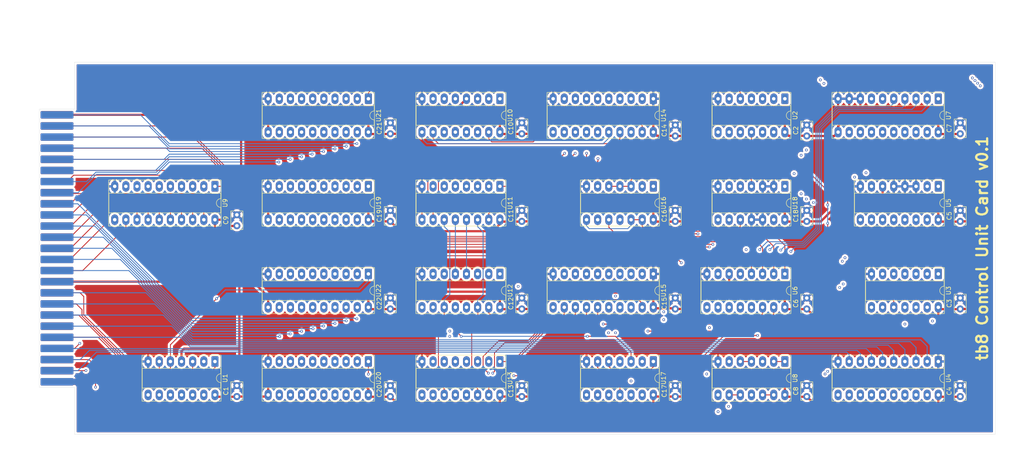
<source format=kicad_pcb>
(kicad_pcb (version 20241229) (generator "pcbnew") (generator_version "9.0")
  (title_block (title "tb8 Control Unit Card") (date "2025-11-29") (rev "0.1") (company "Dante Morelli"))
  (layers (0 "F.Cu" signal) (4 "In1.Cu" signal) (6 "In2.Cu" signal) (2 "B.Cu" signal) (13 "F.Paste" user) (15 "B.Paste" user) (5 "F.SilkS" user "F.Silkscreen") (7 "B.SilkS" user "B.Silkscreen") (1 "F.Mask" user) (3 "B.Mask" user) (25 "Edge.Cuts" user))
  (net 0 "")
  (net 1 "a3")
  (net 2 "clk_i")
  (net 3 "a0")
  (net 4 "GND")
  (net 5 "ta4")
  (net 6 "td1")
  (net 7 "td2")
  (net 8 "d7")
  (net 9 "a12")
  (net 10 "td0")
  (net 11 "a7")
  (net 12 "d0")
  (net 13 "td7")
  (net 14 "a5")
  (net 15 "eql")
  (net 16 "a15")
  (net 17 "ta0")
  (net 18 "td5")
  (net 19 "d1")
  (net 20 "+5V")
  (net 21 "td6")
  (net 22 "ldi")
  (net 23 "ta1")
  (net 24 "a2")
  (net 25 "a10")
  (net 26 "d3")
  (net 27 "a6")
  (net 28 "a11")
  (net 29 "clk_e")
  (net 30 "t_rd")
  (net 31 "ta3")
  (net 32 "a4")
  (net 33 "a13")
  (net 34 "ta2")
  (net 35 "a9")
  (net 36 "{slash}r")
  (net 37 "a14")
  (net 38 "td4")
  (net 39 "ta5")
  (net 40 "d2")
  (net 41 "t_wr")
  (net 42 "a8")
  (net 43 "d4")
  (net 44 "d6")
  (net 45 "d5")
  (net 46 "exc")
  (net 47 "a1")
  (net 48 "td3")
  (net 55 "t_rdi")
  (net 56 "ld_i")
  (net 57 "ste_i")
  (net 58 "ldi_i")
  (net 59 "Net-(U2-Pad3)")
  (net 60 "Net-(U2-Pad4)")
  (net 61 "Net-(U18B-~{Q})")
  (net 62 "st_i")
  (net 63 "Net-(U6-~{E2})")
  (net 64 "Net-(U3-Pad11)")
  (net 65 "Net-(U18A-~{Q})")
  (net 66 "Net-(U9-Load)")
  (net 67 "Net-(U4-Q7)")
  (net 68 "Net-(U4-Q6)")
  (net 74 "tadr0")
  (net 77 "tadr1")
  (net 81 "Net-(U7-OE)")
  (net 82 "Net-(U9-OE)")
  (net 83 "r")
  (net 84 "Net-(U17-Pad1)")
  (net 85 "o3")
  (net 86 "i3")
  (net 87 "i1")
  (net 88 "i2")
  (net 89 "cpl")
  (net 90 "Net-(U10-~{BO})")
  (net 91 "Net-(U10-~{CO})")
  (net 92 "o1")
  (net 93 "o0")
  (net 94 "o2")
  (net 95 "i0")
  (net 96 "o4")
  (net 97 "i7")
  (net 98 "o5")
  (net 99 "o7")
  (net 100 "Net-(U11-~{CO})")
  (net 101 "i6")
  (net 102 "i4")
  (net 103 "i5")
  (net 104 "o6")
  (net 105 "Net-(U11-~{BO})")
  (net 106 "i8")
  (net 107 "Net-(U12-~{CO})")
  (net 108 "o8")
  (net 109 "Net-(U12-~{BO})")
  (net 110 "i11")
  (net 111 "o11")
  (net 112 "o10")
  (net 113 "i10")
  (net 114 "o9")
  (net 115 "i9")
  (net 116 "i15")
  (net 117 "o15")
  (net 118 "i13")
  (net 119 "o13")
  (net 122 "o14")
  (net 123 "o12")
  (net 124 "i12")
  (net 125 "i14")
  (net 126 "Net-(U14-Load)")
  (net 127 "Net-(U15-Load)")
  (net 128 "Net-(U18A-~{S})")
  (net 129 "Net-(U18B-~{S})")
  (net 130 "Net-(U20-OE)")
  (net 131 "Net-(U19-OE)")
  (net 132 "Net-(U18A-~{R})")
  (footprint "Capacitor_THT:C_Rect_L4.0mm_W2.5mm_P2.50mm" (layer "F.Cu") (at 104.03 133.55 90)
    (property "Reference" "C20")
    (property "Value" "0.1uF")
  )
  (footprint "Capacitor_THT:C_Rect_L4.0mm_W2.5mm_P2.50mm" (layer "F.Cu") (at 169.03 133.55 90)
    (property "Reference" "C17")
    (property "Value" "0.1uF")
  )
  (footprint "Capacitor_THT:C_Rect_L4.0mm_W2.5mm_P2.50mm" (layer "F.Cu") (at 134.03 93.55 90)
    (property "Reference" "C11")
    (property "Value" "0.1uF")
  )
  (footprint "Capacitor_THT:C_Rect_L4.0mm_W2.5mm_P2.50mm" (layer "F.Cu") (at 234.03 133.55 90)
    (property "Reference" "C4")
    (property "Value" "0.1uF")
  )
  (footprint "Capacitor_THT:C_Rect_L4.0mm_W2.5mm_P2.50mm" (layer "F.Cu") (at 199.03 74.05 90)
    (property "Reference" "C2")
    (property "Value" "0.1uF")
  )
  (footprint "Package_DIP:DIP-16_W7.62mm_Socket_LongPads" (layer "F.Cu") (at 129.03 105.55 -90)
    (property "Reference" "U12")
    (property "Value" "74AHCT193")
  )
  (footprint "Package_DIP:DIP-14_W7.62mm_Socket_LongPads" (layer "F.Cu") (at 164.03 85.55 -90)
    (property "Reference" "U16")
    (property "Value" "74HC00")
  )
  (footprint "Package_DIP:DIP-16_W7.62mm_Socket_LongPads" (layer "F.Cu") (at 129.03 125.55 -90)
    (property "Reference" "U13")
    (property "Value" "74AHCT193")
  )
  (footprint "Capacitor_THT:C_Rect_L4.0mm_W2.5mm_P2.50mm" (layer "F.Cu") (at 134.03 113.55 90)
    (property "Reference" "C12")
    (property "Value" "0.1uF")
  )
  (footprint "Package_DIP:DIP-14_W7.62mm_Socket_LongPads" (layer "F.Cu") (at 164.03 125.55 -90)
    (property "Reference" "U17")
    (property "Value" "74HC00")
  )
  (footprint "Package_DIP:DIP-14_W7.62mm_Socket_LongPads" (layer "F.Cu") (at 194.03 65.55 -90)
    (property "Reference" "U2")
    (property "Value" "74AHCT08")
  )
  (footprint "Package_DIP:DIP-14_W7.62mm_Socket_LongPads" (layer "F.Cu") (at 64.03 125.55 -90)
    (property "Reference" "U1")
    (property "Value" "74AHCT74")
  )
  (footprint "Package_DIP:DIP-20_W7.62mm_Socket_LongPads" (layer "F.Cu") (at 99.03 105.55 -90)
    (property "Reference" "U22")
    (property "Value" "74AHCT573")
  )
  (footprint "Capacitor_THT:C_Rect_L4.0mm_W2.5mm_P2.50mm" (layer "F.Cu") (at 134.03 133.55 90)
    (property "Reference" "C13")
    (property "Value" "0.1uF")
  )
  (footprint "Capacitor_THT:C_Rect_L4.0mm_W2.5mm_P2.50mm" (layer "F.Cu") (at 104.03 113.55 90)
    (property "Reference" "C22")
    (property "Value" "0.1uF")
  )
  (footprint "Capacitor_THT:C_Rect_L4.0mm_W2.5mm_P2.50mm" (layer "F.Cu") (at 234.03 113.55 90)
    (property "Reference" "C3")
    (property "Value" "0.1uF")
  )
  (footprint "Package_DIP:DIP-14_W7.62mm_Socket_LongPads" (layer "F.Cu") (at 194.03 125.55 -90)
    (property "Reference" "U8")
    (property "Value" "74AHCT00")
  )
  (footprint "Capacitor_THT:C_Rect_L4.0mm_W2.5mm_P2.50mm" (layer "F.Cu") (at 199.03 133.55 90)
    (property "Reference" "C8")
    (property "Value" "0.1uF")
  )
  (footprint "Capacitor_THT:C_Rect_L4.0mm_W2.5mm_P2.50mm" (layer "F.Cu") (at 169.03 93.55 90)
    (property "Reference" "C16")
    (property "Value" "0.1uF")
  )
  (footprint "Package_DIP:DIP-20_W7.62mm_Socket_LongPads" (layer "F.Cu") (at 229.03 65.55 -90)
    (property "Reference" "U7")
    (property "Value" "74AHCT573")
  )
  (footprint "Package_DIP:DIP-20_W7.62mm_Socket_LongPads" (layer "F.Cu") (at 99.03 85.55 -90)
    (property "Reference" "U19")
    (property "Value" "74AHCT573")
  )
  (footprint "Capacitor_THT:C_Rect_L4.0mm_W2.5mm_P2.50mm" (layer "F.Cu") (at 69.03 133.55 90)
    (property "Reference" "C1")
    (property "Value" "0.1uF")
  )
  (footprint "Package_DIP:DIP-20_W7.62mm_Socket_LongPads" (layer "F.Cu") (at 164.03 105.55 -90)
    (property "Reference" "U15")
    (property "Value" "74AHCT573")
  )
  (footprint "Capacitor_THT:C_Rect_L4.0mm_W2.5mm_P2.50mm" (layer "F.Cu") (at 104.03 93.55 90)
    (property "Reference" "C19")
    (property "Value" "0.1uF")
  )
  (footprint "Capacitor_THT:C_Rect_L4.0mm_W2.5mm_P2.50mm" (layer "F.Cu") (at 234.03 73.55 90)
    (property "Reference" "C7")
    (property "Value" "0.1uF")
  )
  (footprint "Package_DIP:DIP-14_W7.62mm_Socket_LongPads" (layer "F.Cu") (at 229.03 105.55 -90)
    (property "Reference" "U3")
    (property "Value" "74AHCT32")
  )
  (footprint "Package_DIP:DIP-20_W7.62mm_Socket_LongPads" (layer "F.Cu") (at 164.03 65.55 -90)
    (property "Reference" "U14")
    (property "Value" "74AHCT573")
  )
  (footprint "Capacitor_THT:C_Rect_L4.0mm_W2.5mm_P2.50mm" (layer "F.Cu") (at 104.03 73.55 90)
    (property "Reference" "C21")
    (property "Value" "0.1uF")
  )
  (footprint "Package_DIP:DIP-16_W7.62mm_Socket_LongPads" (layer "F.Cu") (at 129.03 65.55 -90)
    (property "Reference" "U10")
    (property "Value" "74AHCT193")
  )
  (footprint "Capacitor_THT:C_Rect_L4.0mm_W2.5mm_P2.50mm" (layer "F.Cu") (at 199.03 113.55 90)
    (property "Reference" "C6")
    (property "Value" "0.1uF")
  )
  (footprint "Package_DIP:DIP-20_W7.62mm_Socket_LongPads" (layer "F.Cu") (at 64.03 85.55 -90)
    (property "Reference" "U9")
    (property "Value" "74AHCT573")
  )
  (footprint "Capacitor_THT:C_Rect_L4.0mm_W2.5mm_P2.50mm" (layer "F.Cu") (at 169.03 113.55 90)
    (property "Reference" "C15")
    (property "Value" "0.1uF")
  )
  (footprint "Capacitor_THT:C_Rect_L4.0mm_W2.5mm_P2.50mm" (layer "F.Cu") (at 169.03 74.05 90)
    (property "Reference" "C14")
    (property "Value" "0.1uF")
  )
  (footprint "Package_DIP:DIP-16_W7.62mm_Socket_LongPads" (layer "F.Cu") (at 229.03 85.55 -90)
    (property "Reference" "U5")
    (property "Value" "74AHCT238")
  )
  (footprint "Package_DIP:DIP-20_W7.62mm_Socket_LongPads" (layer "F.Cu") (at 99.03 65.55 -90)
    (property "Reference" "U21")
    (property "Value" "74AHCT573")
  )
  (footprint "Capacitor_THT:C_Rect_L4.0mm_W2.5mm_P2.50mm" (layer "F.Cu") (at 199.03 93.55 90)
    (property "Reference" "C18")
    (property "Value" "0.1uF")
  )
  (footprint "Package_DIP:DIP-16_W7.62mm_Socket_LongPads" (layer "F.Cu") (at 129.03 85.55 -90)
    (property "Reference" "U11")
    (property "Value" "74AHCT193")
  )
  (footprint "Package_DIP:DIP-16_W7.62mm_Socket_LongPads" (layer "F.Cu") (at 194.03 105.55 -90)
    (property "Reference" "U6")
    (property "Value" "74AHCT238")
  )
  (footprint "Package_DIP:DIP-20_W7.62mm_Socket_LongPads" (layer "F.Cu") (at 229.03 125.55 -90)
    (property "Reference" "U4")
    (property "Value" "74AHCT573")
  )
  (footprint "Package_DIP:DIP-14_W7.62mm_Socket_LongPads" (layer "F.Cu") (at 194.03 85.55 -90)
    (property "Reference" "U18")
    (property "Value" "74HCT74")
  )
  (footprint "Capacitor_THT:C_Rect_L4.0mm_W2.5mm_P2.50mm" (layer "F.Cu") (at 134.03 73.55 90)
    (property "Reference" "C10")
    (property "Value" "0.1uF")
  )
  (footprint "Capacitor_THT:C_Rect_L4.0mm_W2.5mm_P2.50mm" (layer "F.Cu") (at 69.03 94.55 90)
    (property "Reference" "C9")
    (property "Value" "0.1uF")
  )
  (footprint "Package_DIP:DIP-20_W7.62mm_Socket_LongPads" (layer "F.Cu") (at 99.03 125.55 -90)
    (property "Reference" "U20")
    (property "Value" "74AHCT573")
  )
  (footprint "Capacitor_THT:C_Rect_L4.0mm_W2.5mm_P2.50mm" (layer "F.Cu") (at 234.03 93.55 90)
    (property "Reference" "C5")
    (property "Value" "0.1uF")
  )
  (footprint "Custom_PCBEdge:25_2.54spacing" (layer "F.Cu") (at 32 67.95 -90)
    (property "Reference" "J1")
    (property "Value" "Conn_02x25_Counter_Clockwise")
    (fp_line (start 0 8) (end 63.5 8) (stroke (width 0.05)) (layer "Edge.Cuts"))
    (fp_line (start 0 0) (end 0 8) (stroke (width 0.05)) (layer "Edge.Cuts"))
    (fp_line (start 63.5 0) (end 63.5 8) (stroke (width 0.05)) (layer "Edge.Cuts"))
  )
  (gr_line (start 32 142.2) (end 242 142.2) (stroke (width 0.05)) (layer "Edge.Cuts"))
  (gr_line (start 32 131.45) (end 32 142.2) (stroke (width 0.05)) (layer "Edge.Cuts"))
  (gr_line (start 32 57.2) (end 242 57.2) (stroke (width 0.05)) (layer "Edge.Cuts"))
  (gr_line (start 242 142.2) (end 242 57.2) (stroke (width 0.05)) (layer "Edge.Cuts"))
  (gr_line (start 32 67.95) (end 32 57.2) (stroke (width 0.05)) (layer "Edge.Cuts"))
  (gr_text "tb8 Control Unit Card v0.1" (at 240.5 99.7 90) (layer "F.SilkS") (effects (font (size 2.5 2.5) (thickness 0.5) (bold yes)) (justify bottom)))
  (via (at 88.8 77.6) (size 0.6) (drill 0.3) (layers "F.Cu" "B.Cu") (net 1))
  (segment (start 52.8987 76.8) (end 53.6987 77.6) (width 0.2) (layer "B.Cu") (net 1))
  (segment (start 53.6987 77.6) (end 88.8 77.6) (width 0.2) (layer "B.Cu") (net 1))
  (segment (start 28 76.84) (end 28.04 76.8) (width 0.2) (layer "B.Cu") (net 1))
  (segment (start 28.04 76.8) (end 52.8987 76.8) (width 0.2) (layer "B.Cu") (net 1))
  (segment (start 57.2 129) (end 47 129) (width 0.2) (layer "F.Cu") (net 2))
  (segment (start 47 129) (end 32.94 114.94) (width 0.2) (layer "F.Cu") (net 2))
  (segment (start 58.95 127.25) (end 57.2 129) (width 0.2) (layer "F.Cu") (net 2))
  (segment (start 58.95 125.55) (end 58.95 127.25) (width 0.2) (layer "F.Cu") (net 2))
  (segment (start 32.94 114.94) (end 28 114.94) (width 0.2) (layer "F.Cu") (net 2))
  (via (at 96.4 75.8) (size 0.6) (drill 0.3) (layers "F.Cu" "B.Cu") (net 3))
  (segment (start 47.02 69.22) (end 53.6 75.8) (width 0.2) (layer "B.Cu") (net 3))
  (segment (start 53.6 75.8) (end 96.4 75.8) (width 0.2) (layer "B.Cu") (net 3))
  (segment (start 28 69.22) (end 47.02 69.22) (width 0.2) (layer "B.Cu") (net 3))
  (segment (start 28 130.18) (end 33.38 130.18) (width 1.4) (layer "F.Cu") (net 4))
  (segment (start 33.38 130.18) (end 33.4 130.2) (width 0.5) (layer "B.Cu") (net 4))
  (segment (start 28 130.18) (end 33.38 130.18) (width 1.4) (layer "B.Cu") (net 4))
  (segment (start 72.197 89.197) (end 64.92 81.92) (width 0.2) (layer "F.Cu") (net 5))
  (segment (start 75.5316 98.8) (end 72.197 95.4654) (width 0.2) (layer "F.Cu") (net 5))
  (segment (start 177.598 98.8) (end 75.5316 98.8) (width 0.2) (layer "F.Cu") (net 5))
  (segment (start 177.6 98.802) (end 177.598 98.8) (width 0.2) (layer "F.Cu") (net 5))
  (segment (start 64.92 81.92) (end 28 81.92) (width 0.2) (layer "F.Cu") (net 5))
  (segment (start 72.197 95.4654) (end 72.197 89.197) (width 0.2) (layer "F.Cu") (net 5))
  (via (at 177.6 98.802) (size 0.6) (drill 0.3) (layers "F.Cu" "B.Cu") (net 5))
  (via (at 203.8 127.8) (size 0.6) (drill 0.3) (layers "F.Cu" "B.Cu") (net 5))
  (segment (start 28 89.54) (end 31.06 89.54) (width 0.2) (layer "F.Cu") (net 6))
  (segment (start 32.999 87.601) (end 57.601 87.601) (width 0.2) (layer "F.Cu") (net 6))
  (segment (start 57.601 87.601) (end 58.95 88.95) (width 0.2) (layer "F.Cu") (net 6))
  (segment (start 58.95 88.95) (end 58.95 93.17) (width 0.2) (layer "F.Cu") (net 6))
  (segment (start 31.06 89.54) (end 32.999 87.601) (width 0.2) (layer "F.Cu") (net 6))
  (segment (start 55.202 88.002) (end 56.41 89.21) (width 0.2) (layer "F.Cu") (net 7))
  (segment (start 28 92.08) (end 31.12 92.08) (width 0.2) (layer "F.Cu") (net 7))
  (segment (start 56.41 89.21) (end 56.41 93.17) (width 0.2) (layer "F.Cu") (net 7))
  (segment (start 35.198 88.002) (end 55.202 88.002) (width 0.2) (layer "F.Cu") (net 7))
  (segment (start 31.12 92.08) (end 35.198 88.002) (width 0.2) (layer "F.Cu") (net 7))
  (segment (start 208.71 124.01) (end 208.71 125.55) (width 0.2) (layer "B.Cu") (net 8))
  (segment (start 36.995 123.405) (end 208.105 123.405) (width 0.2) (layer "B.Cu") (net 8))
  (segment (start 32.76 127.64) (end 36.995 123.405) (width 0.2) (layer "B.Cu") (net 8))
  (segment (start 208.105 123.405) (end 208.71 124.01) (width 0.2) (layer "B.Cu") (net 8))
  (segment (start 28 127.64) (end 32.76 127.64) (width 0.2) (layer "B.Cu") (net 8))
  (via (at 86.4 118.05) (size 0.6) (drill 0.3) (layers "F.Cu" "B.Cu") (net 9))
  (segment (start 28 99.7) (end 40.5 99.7) (width 0.2) (layer "B.Cu") (net 9))
  (segment (start 40.5 99.7) (end 58.85 118.05) (width 0.2) (layer "B.Cu") (net 9))
  (segment (start 58.85 118.05) (end 86.4 118.05) (width 0.2) (layer "B.Cu") (net 9))
  (segment (start 28 87) (end 28.2 87.2) (width 0.2) (layer "F.Cu") (net 10))
  (segment (start 28.2 87.2) (end 60.2 87.2) (width 0.2) (layer "F.Cu") (net 10))
  (segment (start 61.49 88.49) (end 61.49 93.17) (width 0.2) (layer "F.Cu") (net 10))
  (segment (start 60.2 87.2) (end 61.49 88.49) (width 0.2) (layer "F.Cu") (net 10))
  (via (at 78.6 80) (size 0.6) (drill 0.3) (layers "F.Cu" "B.Cu") (net 11))
  (segment (start 32.8 87) (end 37 82.8) (width 0.2) (layer "B.Cu") (net 11))
  (segment (start 28 87) (end 32.8 87) (width 0.2) (layer "B.Cu") (net 11))
  (segment (start 50.8 82.8) (end 53.6 80) (width 0.2) (layer "B.Cu") (net 11))
  (segment (start 53.6 80) (end 78.6 80) (width 0.2) (layer "B.Cu") (net 11))
  (segment (start 37 82.8) (end 50.8 82.8) (width 0.2) (layer "B.Cu") (net 11))
  (segment (start 225 120.6) (end 226.49 122.09) (width 0.2) (layer "B.Cu") (net 12))
  (segment (start 28 109.86) (end 48.2929 109.86) (width 0.2) (layer "B.Cu") (net 12))
  (segment (start 59.0329 120.6) (end 225 120.6) (width 0.2) (layer "B.Cu") (net 12))
  (segment (start 226.49 122.09) (end 226.49 125.55) (width 0.2) (layer "B.Cu") (net 12))
  (segment (start 48.2929 109.86) (end 59.0329 120.6) (width 0.2) (layer "B.Cu") (net 12))
  (segment (start 43.71 94.93) (end 43.71 93.17) (width 0.2) (layer "F.Cu") (net 13))
  (segment (start 28 104.78) (end 33.86 104.78) (width 0.2) (layer "F.Cu") (net 13))
  (segment (start 33.86 104.78) (end 43.71 94.93) (width 0.2) (layer "F.Cu") (net 13))
  (via (at 83.8 78.8) (size 0.6) (drill 0.3) (layers "F.Cu" "B.Cu") (net 14))
  (segment (start 50.48 81.92) (end 53.6 78.8) (width 0.2) (layer "B.Cu") (net 14))
  (segment (start 28 81.92) (end 50.48 81.92) (width 0.2) (layer "B.Cu") (net 14))
  (segment (start 53.6 78.8) (end 83.8 78.8) (width 0.2) (layer "B.Cu") (net 14))
  (segment (start 33.2 121.4) (end 32.04 122.56) (width 0.2) (layer "F.Cu") (net 15))
  (segment (start 32.04 122.56) (end 28 122.56) (width 0.2) (layer "F.Cu") (net 15))
  (via (at 33.2 121.4) (size 0.6) (drill 0.3) (layers "F.Cu" "B.Cu") (net 15))
  (via (at 78.8 119.85) (size 0.6) (drill 0.3) (layers "F.Cu" "B.Cu") (net 16))
  (segment (start 46.32 107.32) (end 58.85 119.85) (width 0.2) (layer "B.Cu") (net 16))
  (segment (start 28 107.32) (end 46.32 107.32) (width 0.2) (layer "B.Cu") (net 16))
  (segment (start 58.85 119.85) (end 78.8 119.85) (width 0.2) (layer "B.Cu") (net 16))
  (segment (start 76 97) (end 192 97) (width 0.2) (layer "F.Cu") (net 17))
  (segment (start 73.8 94.8) (end 76 97) (width 0.2) (layer "F.Cu") (net 17))
  (segment (start 57.16 71.76) (end 73.8 88.4) (width 0.2) (layer "F.Cu") (net 17))
  (segment (start 192 97) (end 194.03 99.03) (width 0.2) (layer "F.Cu") (net 17))
  (segment (start 28 71.76) (end 57.16 71.76) (width 0.2) (layer "F.Cu") (net 17))
  (segment (start 73.8 88.4) (end 73.8 94.8) (width 0.2) (layer "F.Cu") (net 17))
  (segment (start 194.03 99.03) (end 194.03 105.55) (width 0.2) (layer "F.Cu") (net 17))
  (via (at 238.6 62.6) (size 0.6) (drill 0.3) (layers "F.Cu" "B.Cu") (net 17))
  (via (at 195.4 100.4) (size 0.6) (drill 0.3) (layers "F.Cu" "B.Cu") (net 17))
  (segment (start 221.6671 68.4) (end 225.2 68.4) (width 0.2) (layer "B.Cu") (net 17))
  (segment (start 206.397 68.403) (end 221.6641 68.403) (width 0.2) (layer "B.Cu") (net 17))
  (segment (start 198.4983 99.403) (end 202.344 95.5573) (width 0.2) (layer "B.Cu") (net 17))
  (segment (start 195.4 100.4) (end 196.397 99.403) (width 0.2) (layer "B.Cu") (net 17))
  (segment (start 226.49 67.11) (end 226.49 65.55) (width 0.2) (layer "B.Cu") (net 17))
  (segment (start 196.397 99.403) (end 198.4983 99.403) (width 0.2) (layer "B.Cu") (net 17))
  (segment (start 202.344 95.5573) (end 202.344 72.456) (width 0.2) (layer "B.Cu") (net 17))
  (segment (start 225.2 68.4) (end 226.49 67.11) (width 0.2) (layer "B.Cu") (net 17))
  (segment (start 202.344 72.456) (end 206.397 68.403) (width 0.2) (layer "B.Cu") (net 17))
  (segment (start 221.6641 68.403) (end 221.6671 68.4) (width 0.2) (layer "B.Cu") (net 17))
  (segment (start 47.405 89.205) (end 48.79 90.59) (width 0.2) (layer "F.Cu") (net 18))
  (segment (start 31.1 99.7) (end 41.595 89.205) (width 0.2) (layer "F.Cu") (net 18))
  (segment (start 41.595 89.205) (end 47.405 89.205) (width 0.2) (layer "F.Cu") (net 18))
  (segment (start 48.79 90.59) (end 48.79 93.17) (width 0.2) (layer "F.Cu") (net 18))
  (segment (start 28 99.7) (end 31.1 99.7) (width 0.2) (layer "F.Cu") (net 18))
  (segment (start 50.2658 112.4) (end 58.8658 121) (width 0.2) (layer "B.Cu") (net 19))
  (segment (start 223.95 122.35) (end 223.95 125.55) (width 0.2) (layer "B.Cu") (net 19))
  (segment (start 58.8658 121) (end 222.6 121) (width 0.2) (layer "B.Cu") (net 19))
  (segment (start 222.6 121) (end 223.95 122.35) (width 0.2) (layer "B.Cu") (net 19))
  (segment (start 28 112.4) (end 50.2658 112.4) (width 0.2) (layer "B.Cu") (net 19))
  (segment (start 68.98 94.6) (end 69.03 94.55) (width 0.5) (layer "F.Cu") (net 20))
  (segment (start 129.03 93.17) (end 129.46 93.6) (width 0.5) (layer "F.Cu") (net 20))
  (segment (start 203.88 118.4) (end 227.6 118.4) (width 0.5) (layer "F.Cu") (net 20))
  (segment (start 129.46 113.6) (end 133.98 113.6) (width 0.5) (layer "F.Cu") (net 20))
  (segment (start 129.03 113.17) (end 129.46 113.6) (width 0.5) (layer "F.Cu") (net 20))
  (segment (start 99.03 111.63) (end 98.2 110.8) (width 0.5) (layer "F.Cu") (net 20))
  (segment (start 64.46 133.6) (end 68.98 133.6) (width 0.5) (layer "F.Cu") (net 20))
  (segment (start 64.03 93.17) (end 64.03 107.15) (width 0.5) (layer "F.Cu") (net 20))
  (segment (start 233.98 113.6) (end 234.03 113.55) (width 0.5) (layer "F.Cu") (net 20))
  (segment (start 70 69.22) (end 72.22 69.22) (width 0.5) (layer "F.Cu") (net 20))
  (segment (start 233.98 133.6) (end 234.03 133.55) (width 0.5) (layer "F.Cu") (net 20))
  (segment (start 72.72 107.32) (end 76.17 110.77) (width 0.5) (layer "F.Cu") (net 20))
  (segment (start 28 107.32) (end 64.2 107.32) (width 0.5) (layer "F.Cu") (net 20))
  (segment (start 68.98 133.6) (end 69.03 133.55) (width 0.5) (layer "F.Cu") (net 20))
  (segment (start 234.03 93.55) (end 236.55 93.55) (width 0.5) (layer "F.Cu") (net 20))
  (segment (start 202.08 136.6) (end 227.4 136.6) (width 0.5) (layer "F.Cu") (net 20))
  (segment (start 178.8 110) (end 192.4 110) (width 0.5) (layer "F.Cu") (net 20))
  (segment (start 199.03 93.55) (end 202.25 93.55) (width 0.5) (layer "F.Cu") (net 20))
  (segment (start 76.17 130.77) (end 69.6 124.2) (width 0.5) (layer "F.Cu") (net 20))
  (segment (start 236.55 93.55) (end 237.8 94.8) (width 0.5) (layer "F.Cu") (net 20))
  (segment (start 194.86 74) (end 198.98 74) (width 0.5) (layer "F.Cu") (net 20))
  (segment (start 127.2 136.6) (end 129.03 134.77) (width 0.5) (layer "F.Cu") (net 20))
  (segment (start 98.2 110.8) (end 76.2 110.8) (width 0.5) (layer "F.Cu") (net 20))
  (segment (start 127 69.2) (end 117.76 69.2) (width 0.5) (layer "F.Cu") (net 20))
  (segment (start 205.29 74.05) (end 206.17 73.17) (width 0.5) (layer "F.Cu") (net 20))
  (segment (start 99.03 113.17) (end 99.03 111.63) (width 0.5) (layer "F.Cu") (net 20))
  (segment (start 134.03 113.55) (end 136.05 113.55) (width 0.5) (layer "F.Cu") (net 20))
  (segment (start 129.03 73.17) (end 129.46 73.6) (width 0.5) (layer "F.Cu") (net 20))
  (segment (start 110.2 109.6) (end 127.2 109.6) (width 0.5) (layer "F.Cu") (net 20))
  (segment (start 139.8 109.8) (end 162.4 109.8) (width 0.5) (layer "F.Cu") (net 20))
  (segment (start 99.03 73.17) (end 99.46 73.6) (width 0.5) (layer "F.Cu") (net 20))
  (segment (start 229.03 133.17) (end 229.46 133.6) (width 0.5) (layer "F.Cu") (net 20))
  (segment (start 229.46 133.6) (end 233.98 133.6) (width 0.5) (layer "F.Cu") (net 20))
  (segment (start 69.6 107.32) (end 72.72 107.32) (width 0.5) (layer "F.Cu") (net 20))
  (segment (start 233.98 73.6) (end 234.03 73.55) (width 0.5) (layer "F.Cu") (net 20))
  (segment (start 229.46 73.6) (end 233.98 73.6) (width 0.5) (layer "F.Cu") (net 20))
  (segment (start 206.17 71.83) (end 208 70) (width 0.5) (layer "F.Cu") (net 20))
  (segment (start 164.61 133.55) (end 169.03 133.55) (width 0.5) (layer "F.Cu") (net 20))
  (segment (start 104.03 133.55) (end 107.08 136.6) (width 0.5) (layer "F.Cu") (net 20))
  (segment (start 104.03 113.55) (end 106.25 113.55) (width 0.5) (layer "F.Cu") (net 20))
  (segment (start 229.46 113.6) (end 233.98 113.6) (width 0.5) (layer "F.Cu") (net 20))
  (segment (start 229.03 116.97) (end 229.03 113.17) (width 0.5) (layer "F.Cu") (net 20))
  (segment (start 164.03 91.43) (end 164.03 93.17) (width 0.5) (layer "F.Cu") (net 20))
  (segment (start 76.17 89.2) (end 96.8 89.2) (width 0.5) (layer "F.Cu") (net 20))
  (segment (start 76.17 110.77) (end 76.17 113.17) (width 0.5) (layer "F.Cu") (net 20))
  (segment (start 99.95 93.55) (end 104.03 93.55) (width 0.5) (layer "F.Cu") (net 20))
  (segment (start 194.03 91.63) (end 194.03 93.17) (width 0.5) (layer "F.Cu") (net 20))
  (segment (start 169.03 74.05) (end 171.55 74.05) (width 0.5) (layer "F.Cu") (net 20))
  (segment (start 164.03 133.17) (end 164.23 133.17) (width 0.5) (layer "F.Cu") (net 20))
  (segment (start 181.33 107.87) (end 179.2 110) (width 0.5) (layer "F.Cu") (net 20))
  (segment (start 192.2 129.6) (end 194.03 131.43) (width 0.5) (layer "F.Cu") (net 20))
  (segment (start 75.79 133.55) (end 76.17 133.17) (width 0.5) (layer "F.Cu") (net 20))
  (segment (start 175.8 69.8) (end 192.4 69.8) (width 0.5) (layer "F.Cu") (net 20))
  (segment (start 129.03 134.77) (end 129.03 133.17) (width 0.5) (layer "F.Cu") (net 20))
  (segment (start 227.2 89.8) (end 229.03 91.63) (width 0.5) (layer "F.Cu") (net 20))
  (segment (start 229.03 91.63) (end 229.03 93.17) (width 0.5) (layer "F.Cu") (net 20))
  (segment (start 202.25 93.55) (end 206 89.8) (width 0.5) (layer "F.Cu") (net 20))
  (segment (start 194.03 113.17) (end 194.46 113.6) (width 0.5) (layer "F.Cu") (net 20))
  (segment (start 129.37 133.17) (end 129.75 133.55) (width 0.5) (layer "F.Cu") (net 20))
  (segment (start 56.41 125.55) (end 56.4 125.54) (width 0.5) (layer "F.Cu") (net 20))
  (segment (start 134.03 93.55) (end 136.65 93.55) (width 0.5) (layer "F.Cu") (net 20))
  (segment (start 194.03 93.17) (end 194.46 93.6) (width 0.5) (layer "F.Cu") (net 20))
  (segment (start 229.03 113.17) (end 229.46 113.6) (width 0.5) (layer "F.Cu") (net 20))
  (segment (start 164.03 111.43) (end 164.03 113.17) (width 0.5) (layer "F.Cu") (net 20))
  (segment (start 199.03 74.05) (end 205.29 74.05) (width 0.5) (layer "F.Cu") (net 20))
  (segment (start 194.03 73.17) (end 194.86 74) (width 0.5) (layer "F.Cu") (net 20))
  (segment (start 164.03 73.17) (end 164.86 74) (width 0.5) (layer "F.Cu") (net 20))
  (segment (start 96.8 89.2) (end 99.03 91.43) (width 0.5) (layer "F.Cu") (net 20))
  (segment (start 208 70) (end 227.4 70) (width 0.5) (layer "F.Cu") (net 20))
  (segment (start 194.03 131.43) (end 194.03 133.17) (width 0.5) (layer "F.Cu") (net 20))
  (segment (start 136.25 73.55) (end 140.4 69.4) (width 0.5) (layer "F.Cu") (net 20))
  (segment (start 133.98 93.6) (end 134.03 93.55) (width 0.5) (layer "F.Cu") (net 20))
  (segment (start 179.2 110) (end 178.8 110) (width 0.5) (layer "F.Cu") (net 20))
  (segment (start 133.98 113.6) (end 134.03 113.55) (width 0.5) (layer "F.Cu") (net 20))
  (segment (start 99.46 113.6) (end 103.98 113.6) (width 0.5) (layer "F.Cu") (net 20))
  (segment (start 99.03 71.23) (end 97.02 69.22) (width 0.5) (layer "F.Cu") (net 20))
  (segment (start 229.03 93.17) (end 229.46 93.6) (width 0.5) (layer "F.Cu") (net 20))
  (segment (start 129.03 94.17) (end 129.03 93.17) (width 0.5) (layer "F.Cu") (net 20))
  (segment (start 129.03 111.43) (end 129.03 113.17) (width 0.5) (layer "F.Cu") (net 20))
  (segment (start 140.2 90) (end 162.6 90) (width 0.5) (layer "F.Cu") (net 20))
  (segment (start 192.4 69.8) (end 194.03 71.43) (width 0.5) (layer "F.Cu") (net 20))
  (segment (start 233.98 93.6) (end 234.03 93.55) (width 0.5) (layer "F.Cu") (net 20))
  (segment (start 227.4 70) (end 229.03 71.63) (width 0.5) (layer "F.Cu") (net 20))
  (segment (start 136.65 93.55) (end 140.2 90) (width 0.5) (layer "F.Cu") (net 20))
  (segment (start 57 122.6) (end 69.6 122.6) (width 0.5) (layer "F.Cu") (net 20))
  (segment (start 133.98 73.6) (end 134.03 73.55) (width 0.5) (layer "F.Cu") (net 20))
  (segment (start 67 94.6) (end 68.98 94.6) (width 0.5) (layer "F.Cu") (net 20))
  (segment (start 129.03 133.17) (end 129.37 133.17) (width 0.5) (layer "F.Cu") (net 20))
  (segment (start 164.23 133.17) (end 164.61 133.55) (width 0.5) (layer "F.Cu") (net 20))
  (segment (start 174.8 110) (end 178.8 110) (width 0.5) (layer "F.Cu") (net 20))
  (segment (start 129.46 93.6) (end 133.98 93.6) (width 0.5) (layer "F.Cu") (net 20))
  (segment (start 171.85 93.55) (end 175.2 90.2) (width 0.5) (layer "F.Cu") (net 20))
  (segment (start 192.6 90.2) (end 194.03 91.63) (width 0.5) (layer "F.Cu") (net 20))
  (segment (start 164.03 113.17) (end 164.26 113.4) (width 0.5) (layer "F.Cu") (net 20))
  (segment (start 168.88 113.4) (end 169.03 113.55) (width 0.5) (layer "F.Cu") (net 20))
  (segment (start 162.4 109.8) (end 164.03 111.43) (width 0.5) (layer "F.Cu") (net 20))
  (segment (start 127.4 95.8) (end 129.03 94.17) (width 0.5) (layer "F.Cu") (net 20))
  (segment (start 99.03 133.17) (end 99.46 133.6) (width 0.5) (layer "F.Cu") (net 20))
  (segment (start 229.46 93.6) (end 233.98 93.6) (width 0.5) (layer "F.Cu") (net 20))
  (segment (start 194.46 113.6) (end 198.98 113.6) (width 0.5) (layer "F.Cu") (net 20))
  (segment (start 103.98 133.6) (end 104.03 133.55) (width 0.5) (layer "F.Cu") (net 20))
  (segment (start 199.03 113.55) (end 203.88 118.4) (width 0.5) (layer "F.Cu") (net 20))
  (segment (start 97.97 130.77) (end 76.17 130.77) (width 0.5) (layer "F.Cu") (net 20))
  (segment (start 76.17 90.57) (end 76.17 89.2) (width 0.5) (layer "F.Cu") (net 20))
  (segment (start 64.03 133.17) (end 64.46 133.6) (width 0.5) (layer "F.Cu") (net 20))
  (segment (start 227.6 118.4) (end 229.03 116.97) (width 0.5) (layer "F.Cu") (net 20))
  (segment (start 237.8 94.8) (end 237.8 112) (width 0.5) (layer "F.Cu") (net 20))
  (segment (start 229.03 73.17) (end 229.46 73.6) (width 0.5) (layer "F.Cu") (net 20))
  (segment (start 236.25 113.55) (end 234.03 113.55) (width 0.5) (layer "F.Cu") (net 20))
  (segment (start 229.03 71.63) (end 229.03 73.17) (width 0.5) (layer "F.Cu") (net 20))
  (segment (start 142.7 136.6) (end 139.65 133.55) (width 0.5) (layer "F.Cu") (net 20))
  (segment (start 104.03 93.55) (end 106.28 95.8) (width 0.5) (layer "F.Cu") (net 20))
  (segment (start 134.03 73.55) (end 136.25 73.55) (width 0.5) (layer "F.Cu") (net 20))
  (segment (start 69.6 122.6) (end 69.6 107.32) (width 0.5) (layer "F.Cu") (net 20))
  (segment (start 140.4 69.4) (end 162.4 69.4) (width 0.5) (layer "F.Cu") (net 20))
  (segment (start 194.46 133.6) (end 198.98 133.6) (width 0.5) (layer "F.Cu") (net 20))
  (segment (start 139.65 133.55) (end 134.03 133.55) (width 0.5) (layer "F.Cu") (net 20))
  (segment (start 65.57 93.17) (end 67 94.6) (width 0.5) (layer "F.Cu") (net 20))
  (segment (start 76.17 133.17) (end 76.17 130.77) (width 0.5) (layer "F.Cu") (net 20))
  (segment (start 181.33 105.55) (end 181.33 107.87) (width 0.5) (layer "F.Cu") (net 20))
  (segment (start 129.03 73.17) (end 129.03 71.23) (width 0.5) (layer "F.Cu") (net 20))
  (segment (start 171.55 74.05) (end 175.8 69.8) (width 0.5) (layer "F.Cu") (net 20))
  (segment (start 99.46 133.6) (end 103.98 133.6) (width 0.5) (layer "F.Cu") (net 20))
  (segment (start 216.33 87.87) (end 214.4 89.8) (width 0.5) (layer "F.Cu") (net 20))
  (segment (start 76.17 93.17) (end 76.17 90.57) (width 0.5) (layer "F.Cu") (net 20))
  (segment (start 117.76 69.2) (end 121.41 65.55) (width 0.5) (layer "F.Cu") (net 20))
  (segment (start 76.17 70.77) (end 76.17 73.17) (width 0.5) (layer "F.Cu") (net 20))
  (segment (start 97.02 69.22) (end 72.22 69.22) (width 0.5) (layer "F.Cu") (net 20))
  (segment (start 64.03 93.17) (end 65.57 93.17) (width 0.5) (layer "F.Cu") (net 20))
  (segment (start 99.03 73.17) (end 99.03 71.23) (width 0.5) (layer "F.Cu") (net 20))
  (segment (start 194.46 93.6) (end 198.98 93.6) (width 0.5) (layer "F.Cu") (net 20))
  (segment (start 198.98 93.6) (end 199.03 93.55) (width 0.5) (layer "F.Cu") (net 20))
  (segment (start 110.6 69.2) (end 117.76 69.2) (width 0.5) (layer "F.Cu") (net 20))
  (segment (start 227.4 136.6) (end 229.03 134.97) (width 0.5) (layer "F.Cu") (net 20))
  (segment (start 237.8 112) (end 236.25 113.55) (width 0.5) (layer "F.Cu") (net 20))
  (segment (start 127.2 109.6) (end 129.03 111.43) (width 0.5) (layer "F.Cu") (net 20))
  (segment (start 99.03 113.17) (end 99.46 113.6) (width 0.5) (layer "F.Cu") (net 20))
  (segment (start 56.4 123.2) (end 57 122.6) (width 0.5) (layer "F.Cu") (net 20))
  (segment (start 192.4 110) (end 194.03 111.63) (width 0.5) (layer "F.Cu") (net 20))
  (segment (start 164.03 71.03) (end 164.03 73.17) (width 0.5) (layer "F.Cu") (net 20))
  (segment (start 129.03 71.23) (end 127 69.2) (width 0.5) (layer "F.Cu") (net 20))
  (segment (start 107.08 136.6) (end 127.2 136.6) (width 0.5) (layer "F.Cu") (net 20))
  (segment (start 64.03 107.15) (end 64.2 107.32) (width 0.5) (layer "F.Cu") (net 20))
  (segment (start 176 129.6) (end 192.2 129.6) (width 0.5) (layer "F.Cu") (net 20))
  (segment (start 206.17 73.17) (end 206.17 71.83) (width 0.5) (layer "F.Cu") (net 20))
  (segment (start 103.98 113.6) (end 104.03 113.55) (width 0.5) (layer "F.Cu") (net 20))
  (segment (start 164.86 74) (end 168.98 74) (width 0.5) (layer "F.Cu") (net 20))
  (segment (start 164.03 133.17) (end 164.03 134.97) (width 0.5) (layer "F.Cu") (net 20))
  (segment (start 72.22 69.22) (end 74.62 69.22) (width 0.5) (layer "F.Cu") (net 20))
  (segment (start 69.6 124.2) (end 69.6 122.6) (width 0.5) (layer "F.Cu") (net 20))
  (segment (start 229.03 134.97) (end 229.03 133.17) (width 0.5) (layer "F.Cu") (net 20))
  (segment (start 168.98 74) (end 169.03 74.05) (width 0.5) (layer "F.Cu") (net 20))
  (segment (start 164.03 93.17) (end 164.46 93.6) (width 0.5) (layer "F.Cu") (net 20))
  (segment (start 76.2 110.8) (end 76.17 110.77) (width 0.5) (layer "F.Cu") (net 20))
  (segment (start 214.4 89.8) (end 227.2 89.8) (width 0.5) (layer "F.Cu") (net 20))
  (segment (start 99.03 91.43) (end 99.03 93.17) (width 0.5) (layer "F.Cu") (net 20))
  (segment (start 70 83) (end 70 69.22) (width 0.5) (layer "F.Cu") (net 20))
  (segment (start 164.46 93.6) (end 168.98 93.6) (width 0.5) (layer "F.Cu") (net 20))
  (segment (start 206 89.8) (end 214.4 89.8) (width 0.5) (layer "F.Cu") (net 20))
  (segment (start 175.2 90.2) (end 192.6 90.2) (width 0.5) (layer "F.Cu") (net 20))
  (segment (start 106.25 113.55) (end 110.2 109.6) (width 0.5) (layer "F.Cu") (net 20))
  (segment (start 99.46 73.6) (end 103.98 73.6) (width 0.5) (layer "F.Cu") (net 20))
  (segment (start 199.03 133.55) (end 202.08 136.6) (width 0.5) (layer "F.Cu") (net 20))
  (segment (start 99.03 93.17) (end 99.57 93.17) (width 0.5) (layer "F.Cu") (net 20))
  (segment (start 162.4 69.4) (end 164.03 71.03) (width 0.5) (layer "F.Cu") (net 20))
  (segment (start 216.33 85.55) (end 216.33 87.87) (width 0.5) (layer "F.Cu") (net 20))
  (segment (start 169.03 133.55) (end 172.05 133.55) (width 0.5) (layer "F.Cu") (net 20))
  (segment (start 103.98 73.6) (end 104.03 73.55) (width 0.5) (layer "F.Cu") (net 20))
  (segment (start 104.03 73.55) (end 106.25 73.55) (width 0.5) (layer "F.Cu") (net 20))
  (segment (start 69.03 133.55) (end 75.79 133.55) (width 0.5) (layer "F.Cu") (net 20))
  (segment (start 168.98 93.6) (end 169.03 93.55) (width 0.5) (layer "F.Cu") (net 20))
  (segment (start 198.98 113.6) (end 199.03 113.55) (width 0.5) (layer "F.Cu") (net 20))
  (segment (start 162.4 136.6) (end 142.7 136.6) (width 0.5) (layer "F.Cu") (net 20))
  (segment (start 99.03 133.17) (end 99.03 131.83) (width 0.5) (layer "F.Cu") (net 20))
  (segment (start 99.57 93.17) (end 99.95 93.55) (width 0.5) (layer "F.Cu") (net 20))
  (segment (start 169.03 93.55) (end 171.85 93.55) (width 0.5) (layer "F.Cu") (net 20))
  (segment (start 56.4 125.54) (end 56.4 123.2) (width 0.5) (layer "F.Cu") (net 20))
  (segment (start 129.46 73.6) (end 133.98 73.6) (width 0.5) (layer "F.Cu") (net 20))
  (segment (start 171.25 113.55) (end 174.8 110) (width 0.5) (layer "F.Cu") (net 20))
  (segment (start 194.03 111.63) (end 194.03 113.17) (width 0.5) (layer "F.Cu") (net 20))
  (segment (start 74.62 69.22) (end 76.17 70.77) (width 0.5) (layer "F.Cu") (net 20))
  (segment (start 162.6 90) (end 164.03 91.43) (width 0.5) (layer "F.Cu") (net 20))
  (segment (start 164.03 134.97) (end 162.4 136.6) (width 0.5) (layer "F.Cu") (net 20))
  (segment (start 106.25 73.55) (end 110.6 69.2) (width 0.5) (layer "F.Cu") (net 20))
  (segment (start 169.03 113.55) (end 171.25 113.55) (width 0.5) (layer "F.Cu") (net 20))
  (segment (start 129.75 133.55) (end 134.03 133.55) (width 0.5) (layer "F.Cu") (net 20))
  (segment (start 28 69.22) (end 70 69.22) (width 0.5) (layer "F.Cu") (net 20))
  (segment (start 194.03 133.17) (end 194.46 133.6) (width 0.5) (layer "F.Cu") (net 20))
  (segment (start 164.26 113.4) (end 168.88 113.4) (width 0.5) (layer "F.Cu") (net 20))
  (segment (start 99.03 131.83) (end 97.97 130.77) (width 0.5) (layer "F.Cu") (net 20))
  (segment (start 194.03 71.43) (end 194.03 73.17) (width 0.5) (layer "F.Cu") (net 20))
  (segment (start 172.05 133.55) (end 176 129.6) (width 0.5) (layer "F.Cu") (net 20))
  (segment (start 198.98 133.6) (end 199.03 133.55) (width 0.5) (layer "F.Cu") (net 20))
  (segment (start 76.17 90.57) (end 76.17 89.17) (width 0.5) (layer "F.Cu") (net 20))
  (segment (start 64.2 107.32) (end 69.6 107.32) (width 0.5) (layer "F.Cu") (net 20))
  (segment (start 198.98 74) (end 199.03 74.05) (width 0.5) (layer "F.Cu") (net 20))
  (segment (start 106.28 95.8) (end 127.4 95.8) (width 0.5) (layer "F.Cu") (net 20))
  (segment (start 136.05 113.55) (end 139.8 109.8) (width 0.5) (layer "F.Cu") (net 20))
  (segment (start 76.17 89.17) (end 70 83) (width 0.5) (layer "F.Cu") (net 20))
  (segment (start 44.806 89.606) (end 46.25 91.05) (width 0.2) (layer "F.Cu") (net 21))
  (segment (start 30.96 102.24) (end 39 94.2) (width 0.2) (layer "F.Cu") (net 21))
  (segment (start 28 102.24) (end 30.96 102.24) (width 0.2) (layer "F.Cu") (net 21))
  (segment (start 39 92.8) (end 42.194 89.606) (width 0.2) (layer "F.Cu") (net 21))
  (segment (start 42.194 89.606) (end 44.806 89.606) (width 0.2) (layer "F.Cu") (net 21))
  (segment (start 46.25 91.05) (end 46.25 93.17) (width 0.2) (layer "F.Cu") (net 21))
  (segment (start 39 94.2) (end 39 92.8) (width 0.2) (layer "F.Cu") (net 21))
  (segment (start 50.4 128.2) (end 47.4 128.2) (width 0.2) (layer "F.Cu") (net 22))
  (segment (start 33.26 109.86) (end 28 109.86) (width 0.2) (layer "F.Cu") (net 22))
  (segment (start 51.33 125.55) (end 51.33 127.27) (width 0.2) (layer "F.Cu") (net 22))
  (segment (start 51.33 127.27) (end 50.4 128.2) (width 0.2) (layer "F.Cu") (net 22))
  (segment (start 34.1 110.7) (end 33.26 109.86) (width 0.2) (layer "F.Cu") (net 22))
  (segment (start 34.1 114.9) (end 34.1 110.7) (width 0.2) (layer "F.Cu") (net 22))
  (segment (start 47.4 128.2) (end 34.1 114.9) (width 0.2) (layer "F.Cu") (net 22))
  (segment (start 73.4 94.9671) (end 75.8329 97.4) (width 0.2) (layer "F.Cu") (net 23))
  (segment (start 189.6 97.4) (end 191.49 99.29) (width 0.2) (layer "F.Cu") (net 23))
  (segment (start 75.8329 97.4) (end 189.6 97.4) (width 0.2) (layer "F.Cu") (net 23))
  (segment (start 59.1 74.3) (end 73.4 88.6) (width 0.2) (layer "F.Cu") (net 23))
  (segment (start 28 74.3) (end 59.1 74.3) (width 0.2) (layer "F.Cu") (net 23))
  (segment (start 191.49 99.29) (end 191.49 105.55) (width 0.2) (layer "F.Cu") (net 23))
  (segment (start 73.4 88.6) (end 73.4 94.9671) (width 0.2) (layer "F.Cu") (net 23))
  (via (at 238 62) (size 0.6) (drill 0.3) (layers "F.Cu" "B.Cu") (net 23))
  (via (at 193.1 100.1) (size 0.6) (drill 0.3) (layers "F.Cu" "B.Cu") (net 23))
  (segment (start 206.198 68.002) (end 221.498 68.002) (width 0.2) (layer "B.Cu") (net 23))
  (segment (start 223.001 67.999) (end 223.95 67.05) (width 0.2) (layer "B.Cu") (net 23))
  (segment (start 221.498 68.002) (end 221.501 67.999) (width 0.2) (layer "B.Cu") (net 23))
  (segment (start 201.943 95.3912) (end 201.943 72.257) (width 0.2) (layer "B.Cu") (net 23))
  (segment (start 221.501 67.999) (end 223.001 67.999) (width 0.2) (layer "B.Cu") (net 23))
  (segment (start 198.3322 99.002) (end 201.943 95.3912) (width 0.2) (layer "B.Cu") (net 23))
  (segment (start 194.198 99.002) (end 198.3322 99.002) (width 0.2) (layer "B.Cu") (net 23))
  (segment (start 223.95 67.05) (end 223.95 65.55) (width 0.2) (layer "B.Cu") (net 23))
  (segment (start 201.943 72.257) (end 206.198 68.002) (width 0.2) (layer "B.Cu") (net 23))
  (segment (start 193.1 100.1) (end 194.198 99.002) (width 0.2) (layer "B.Cu") (net 23))
  (via (at 91.4 77) (size 0.6) (drill 0.3) (layers "F.Cu" "B.Cu") (net 24))
  (segment (start 50.9658 74.3) (end 53.6658 77) (width 0.2) (layer "B.Cu") (net 24))
  (segment (start 53.6658 77) (end 91.4 77) (width 0.2) (layer "B.Cu") (net 24))
  (segment (start 28 74.3) (end 50.9658 74.3) (width 0.2) (layer "B.Cu") (net 24))
  (via (at 91.4 116.85) (size 0.6) (drill 0.3) (layers "F.Cu" "B.Cu") (net 25))
  (segment (start 28 94.62) (end 36.62 94.62) (width 0.2) (layer "B.Cu") (net 25))
  (segment (start 58.85 116.85) (end 91.4 116.85) (width 0.2) (layer "B.Cu") (net 25))
  (segment (start 36.62 94.62) (end 58.85 116.85) (width 0.2) (layer "B.Cu") (net 25))
  (segment (start 28 117.48) (end 54.2116 117.48) (width 0.2) (layer "B.Cu") (net 26))
  (segment (start 58.5326 121.801) (end 217.601 121.801) (width 0.2) (layer "B.Cu") (net 26))
  (segment (start 217.601 121.801) (end 218.87 123.07) (width 0.2) (layer "B.Cu") (net 26))
  (segment (start 218.87 123.07) (end 218.87 125.55) (width 0.2) (layer "B.Cu") (net 26))
  (segment (start 54.2116 117.48) (end 58.5326 121.801) (width 0.2) (layer "B.Cu") (net 26))
  (via (at 81.2 79.4) (size 0.6) (drill 0.3) (layers "F.Cu" "B.Cu") (net 27))
  (segment (start 28 84.46) (end 34.74 84.46) (width 0.2) (layer "B.Cu") (net 27))
  (segment (start 34.74 84.46) (end 36.879 82.321) (width 0.2) (layer "B.Cu") (net 27))
  (segment (start 36.879 82.321) (end 50.679 82.321) (width 0.2) (layer "B.Cu") (net 27))
  (segment (start 53.6 79.4) (end 81.2 79.4) (width 0.2) (layer "B.Cu") (net 27))
  (segment (start 50.679 82.321) (end 53.6 79.4) (width 0.2) (layer "B.Cu") (net 27))
  (via (at 88.8 117.45) (size 0.6) (drill 0.3) (layers "F.Cu" "B.Cu") (net 28))
  (segment (start 28 97.16) (end 38.56 97.16) (width 0.2) (layer "B.Cu") (net 28))
  (segment (start 58.85 117.45) (end 88.8 117.45) (width 0.2) (layer "B.Cu") (net 28))
  (segment (start 38.56 97.16) (end 58.85 117.45) (width 0.2) (layer "B.Cu") (net 28))
  (segment (start 28 127.64) (end 34.56 127.64) (width 0.2) (layer "F.Cu") (net 30))
  (segment (start 34.56 127.64) (end 34.6 127.6) (width 0.2) (layer "F.Cu") (net 30))
  (via (at 34.6 127.6) (size 0.6) (drill 0.3) (layers "F.Cu" "B.Cu") (net 30))
  (via (at 176.83 117.83) (size 0.6) (drill 0.3) (layers "F.Cu" "B.Cu") (net 30))
  (segment (start 75.5007 98.202) (end 184.802 98.202) (width 0.2) (layer "F.Cu") (net 31))
  (segment (start 72.598 95.2993) (end 75.5007 98.202) (width 0.2) (layer "F.Cu") (net 31))
  (segment (start 72.598 88.998) (end 72.598 95.2993) (width 0.2) (layer "F.Cu") (net 31))
  (segment (start 28 79.38) (end 62.98 79.38) (width 0.2) (layer "F.Cu") (net 31))
  (segment (start 62.98 79.38) (end 72.598 88.998) (width 0.2) (layer "F.Cu") (net 31))
  (segment (start 184.802 98.202) (end 186.41 99.81) (width 0.2) (layer "F.Cu") (net 31))
  (segment (start 186.41 99.81) (end 186.41 105.55) (width 0.2) (layer "F.Cu") (net 31))
  (via (at 236.8 60.8) (size 0.6) (drill 0.3) (layers "F.Cu" "B.Cu") (net 31))
  (via (at 188.3 100.003) (size 0.6) (drill 0.3) (layers "F.Cu" "B.Cu") (net 31))
  (segment (start 205.8 67.2) (end 218.2 67.2) (width 0.2) (layer "B.Cu") (net 31))
  (segment (start 188.3 100.003) (end 188.3 99.9) (width 0.2) (layer "B.Cu") (net 31))
  (segment (start 190 98.2) (end 198 98.2) (width 0.2) (layer "B.Cu") (net 31))
  (segment (start 218.2 67.2) (end 218.87 66.53) (width 0.2) (layer "B.Cu") (net 31))
  (segment (start 218.87 66.53) (end 218.87 65.55) (width 0.2) (layer "B.Cu") (net 31))
  (segment (start 201.141 71.859) (end 205.8 67.2) (width 0.2) (layer "B.Cu") (net 31))
  (segment (start 201.141 95.059) (end 201.141 71.859) (width 0.2) (layer "B.Cu") (net 31))
  (segment (start 188.3 99.9) (end 190 98.2) (width 0.2) (layer "B.Cu") (net 31))
  (segment (start 198 98.2) (end 201.141 95.059) (width 0.2) (layer "B.Cu") (net 31))
  (via (at 86.2005 78.2005) (size 0.6) (drill 0.3) (layers "F.Cu" "B.Cu") (net 32))
  (segment (start 52.42 79.38) (end 28 79.38) (width 0.2) (layer "B.Cu") (net 32))
  (segment (start 86.2 78.2) (end 53.6 78.2) (width 0.2) (layer "B.Cu") (net 32))
  (segment (start 53.6 78.2) (end 52.42 79.38) (width 0.2) (layer "B.Cu") (net 32))
  (segment (start 86.2005 78.2005) (end 86.2 78.2) (width 0.2) (layer "B.Cu") (net 32))
  (via (at 83.8 118.65) (size 0.6) (drill 0.3) (layers "F.Cu" "B.Cu") (net 33))
  (segment (start 58.85 118.65) (end 83.8 118.65) (width 0.2) (layer "B.Cu") (net 33))
  (segment (start 42.44 102.24) (end 58.85 118.65) (width 0.2) (layer "B.Cu") (net 33))
  (segment (start 28 102.24) (end 42.44 102.24) (width 0.2) (layer "B.Cu") (net 33))
  (segment (start 28 76.84) (end 61.04 76.84) (width 0.2) (layer "F.Cu") (net 34))
  (segment (start 188.95 99.55) (end 188.95 105.55) (width 0.2) (layer "F.Cu") (net 34))
  (segment (start 72.999 95.1332) (end 75.6668 97.801) (width 0.2) (layer "F.Cu") (net 34))
  (segment (start 187.201 97.801) (end 188.95 99.55) (width 0.2) (layer "F.Cu") (net 34))
  (segment (start 72.999 88.799) (end 72.999 95.1332) (width 0.2) (layer "F.Cu") (net 34))
  (segment (start 61.04 76.84) (end 72.999 88.799) (width 0.2) (layer "F.Cu") (net 34))
  (segment (start 75.6668 97.801) (end 187.201 97.801) (width 0.2) (layer "F.Cu") (net 34))
  (via (at 190.6 100.003) (size 0.6) (drill 0.3) (layers "F.Cu" "B.Cu") (net 34))
  (via (at 237.4 61.4) (size 0.6) (drill 0.3) (layers "F.Cu" "B.Cu") (net 34))
  (segment (start 201.542 95.2251) (end 201.542 72.0251) (width 0.2) (layer "B.Cu") (net 34))
  (segment (start 190.6 100) (end 191.999 98.601) (width 0.2) (layer "B.Cu") (net 34))
  (segment (start 217.3871 67.6) (end 220.8 67.6) (width 0.2) (layer "B.Cu") (net 34))
  (segment (start 191.999 98.601) (end 198.1661 98.601) (width 0.2) (layer "B.Cu") (net 34))
  (segment (start 205.9661 67.601) (end 217.3861 67.601) (width 0.2) (layer "B.Cu") (net 34))
  (segment (start 221.41 66.99) (end 221.41 65.55) (width 0.2) (layer "B.Cu") (net 34))
  (segment (start 220.8 67.6) (end 221.41 66.99) (width 0.2) (layer "B.Cu") (net 34))
  (segment (start 217.3861 67.601) (end 217.3871 67.6) (width 0.2) (layer "B.Cu") (net 34))
  (segment (start 190.6 100.003) (end 190.6 100) (width 0.2) (layer "B.Cu") (net 34))
  (segment (start 201.542 72.0251) (end 205.9661 67.601) (width 0.2) (layer "B.Cu") (net 34))
  (segment (start 198.1661 98.601) (end 201.542 95.2251) (width 0.2) (layer "B.Cu") (net 34))
  (via (at 94 116.25) (size 0.6) (drill 0.3) (layers "F.Cu" "B.Cu") (net 35))
  (segment (start 28 92.08) (end 34.68 92.08) (width 0.2) (layer "B.Cu") (net 35))
  (segment (start 34.68 92.08) (end 58.85 116.25) (width 0.2) (layer "B.Cu") (net 35))
  (segment (start 58.85 116.25) (end 94 116.25) (width 0.2) (layer "B.Cu") (net 35))
  (segment (start 61.6 129.4) (end 46.8 129.4) (width 0.2) (layer "F.Cu") (net 36))
  (segment (start 183.87 133.17) (end 181.33 133.17) (width 0.2) (layer "F.Cu") (net 36))
  (segment (start 46.8 129.4) (end 37.42 120.02) (width 0.2) (layer "F.Cu") (net 36))
  (segment (start 37.42 120.02) (end 28 120.02) (width 0.2) (layer "F.Cu") (net 36))
  (segment (start 64.03 126.97) (end 61.6 129.4) (width 0.2) (layer "F.Cu") (net 36))
  (segment (start 64.03 125.55) (end 64.03 126.97) (width 0.2) (layer "F.Cu") (net 36))
  (via (at 181.2 135.8) (size 0.6) (drill 0.3) (layers "F.Cu" "B.Cu") (net 36))
  (via (at 81.2 119.25) (size 0.6) (drill 0.3) (layers "F.Cu" "B.Cu") (net 37))
  (segment (start 28 104.78) (end 44.38 104.78) (width 0.2) (layer "B.Cu") (net 37))
  (segment (start 44.38 104.78) (end 58.85 119.25) (width 0.2) (layer "B.Cu") (net 37))
  (segment (start 58.85 119.25) (end 81.2 119.25) (width 0.2) (layer "B.Cu") (net 37))
  (segment (start 31.04 97.16) (end 39.396 88.804) (width 0.2) (layer "F.Cu") (net 38))
  (segment (start 50.004 88.804) (end 51.33 90.13) (width 0.2) (layer "F.Cu") (net 38))
  (segment (start 28 97.16) (end 31.04 97.16) (width 0.2) (layer "F.Cu") (net 38))
  (segment (start 39.396 88.804) (end 50.004 88.804) (width 0.2) (layer "F.Cu") (net 38))
  (segment (start 51.33 90.13) (end 51.33 93.17) (width 0.2) (layer "F.Cu") (net 38))
  (segment (start 30.34337 84.46) (end 31.80337 83) (width 0.2) (layer "F.Cu") (net 39))
  (segment (start 31.80337 83) (end 65.4329 83) (width 0.2) (layer "F.Cu") (net 39))
  (segment (start 75.5645 99.4) (end 176.8 99.4) (width 0.2) (layer "F.Cu") (net 39))
  (segment (start 71.796 89.3631) (end 71.796 95.6315) (width 0.2) (layer "F.Cu") (net 39))
  (segment (start 65.4329 83) (end 71.796 89.3631) (width 0.2) (layer "F.Cu") (net 39))
  (segment (start 28 84.46) (end 30.34337 84.46) (width 0.2) (layer "F.Cu") (net 39))
  (segment (start 71.796 95.6315) (end 75.5645 99.4) (width 0.2) (layer "F.Cu") (net 39))
  (via (at 176.8 99.4) (size 0.6) (drill 0.3) (layers "F.Cu" "B.Cu") (net 39))
  (via (at 203.2 128.4) (size 0.6) (drill 0.3) (layers "F.Cu" "B.Cu") (net 39))
  (segment (start 58.6987 121.4) (end 220 121.4) (width 0.2) (layer "B.Cu") (net 40))
  (segment (start 52.2387 114.94) (end 58.6987 121.4) (width 0.2) (layer "B.Cu") (net 40))
  (segment (start 221.41 122.81) (end 221.41 125.55) (width 0.2) (layer "B.Cu") (net 40))
  (segment (start 220 121.4) (end 221.41 122.81) (width 0.2) (layer "B.Cu") (net 40))
  (segment (start 28 114.94) (end 52.2387 114.94) (width 0.2) (layer "B.Cu") (net 40))
  (segment (start 28 125.1) (end 35.3 125.1) (width 0.2) (layer "F.Cu") (net 41))
  (segment (start 155.4 96.4) (end 174.2 96.4) (width 0.2) (layer "F.Cu") (net 41))
  (segment (start 183.87 125.55) (end 186.41 125.55) (width 0.2) (layer "F.Cu") (net 41))
  (segment (start 153.87 93.17) (end 153.87 94.87) (width 0.2) (layer "F.Cu") (net 41))
  (segment (start 36.8 126.6) (end 36.8 131.4) (width 0.2) (layer "F.Cu") (net 41))
  (segment (start 35.3 125.1) (end 36.8 126.6) (width 0.2) (layer "F.Cu") (net 41))
  (segment (start 153.87 94.87) (end 155.4 96.4) (width 0.2) (layer "F.Cu") (net 41))
  (via (at 36.8 131.4) (size 0.6) (drill 0.3) (layers "F.Cu" "B.Cu") (net 41))
  (via (at 174.2 96.4) (size 0.6) (drill 0.3) (layers "F.Cu" "B.Cu") (net 41))
  (via (at 96.4 115.8) (size 0.6) (drill 0.3) (layers "F.Cu" "B.Cu") (net 42))
  (segment (start 96.4 115.8) (end 96 115.8) (width 0.2) (layer "B.Cu") (net 42))
  (segment (start 95.85 115.65) (end 58.85 115.65) (width 0.2) (layer "B.Cu") (net 42))
  (segment (start 32.74 89.54) (end 28 89.54) (width 0.2) (layer "B.Cu") (net 42))
  (segment (start 96 115.8) (end 95.85 115.65) (width 0.2) (layer "B.Cu") (net 42))
  (segment (start 58.85 115.65) (end 32.74 89.54) (width 0.2) (layer "B.Cu") (net 42))
  (segment (start 28 120.02) (end 56.1845 120.02) (width 0.2) (layer "B.Cu") (net 43))
  (segment (start 215.002 122.202) (end 216.33 123.53) (width 0.2) (layer "B.Cu") (net 43))
  (segment (start 58.3665 122.202) (end 215.002 122.202) (width 0.2) (layer "B.Cu") (net 43))
  (segment (start 56.1845 120.02) (end 58.3665 122.202) (width 0.2) (layer "B.Cu") (net 43))
  (segment (start 216.33 123.53) (end 216.33 125.55) (width 0.2) (layer "B.Cu") (net 43))
  (segment (start 28 125.1) (end 33.3 125.1) (width 0.2) (layer "B.Cu") (net 44))
  (segment (start 33.3 125.1) (end 35.399 123.001) (width 0.2) (layer "B.Cu") (net 44))
  (segment (start 35.399 123.001) (end 58.0313 123.001) (width 0.2) (layer "B.Cu") (net 44))
  (segment (start 211.25 123.75) (end 211.25 125.55) (width 0.2) (layer "B.Cu") (net 44))
  (segment (start 210.504 123.004) (end 211.25 123.75) (width 0.2) (layer "B.Cu") (net 44))
  (segment (start 58.0343 123.004) (end 210.504 123.004) (width 0.2) (layer "B.Cu") (net 44))
  (segment (start 58.0313 123.001) (end 58.0343 123.004) (width 0.2) (layer "B.Cu") (net 44))
  (segment (start 28.04 122.6) (end 58.1974 122.6) (width 0.2) (layer "B.Cu") (net 45))
  (segment (start 58.1974 122.6) (end 58.2004 122.603) (width 0.2) (layer "B.Cu") (net 45))
  (segment (start 213.79 123.79) (end 213.79 125.55) (width 0.2) (layer "B.Cu") (net 45))
  (segment (start 28 122.56) (end 28.04 122.6) (width 0.2) (layer "B.Cu") (net 45))
  (segment (start 212.603 122.603) (end 213.79 123.79) (width 0.2) (layer "B.Cu") (net 45))
  (segment (start 58.2004 122.603) (end 212.603 122.603) (width 0.2) (layer "B.Cu") (net 45))
  (segment (start 182.6 62.8) (end 183.87 64.07) (width 0.2) (layer "F.Cu") (net 46))
  (segment (start 183.87 64.07) (end 183.87 65.55) (width 0.2) (layer "F.Cu") (net 46))
  (segment (start 52.4 128.6) (end 47.1671 128.6) (width 0.2) (layer "F.Cu") (net 46))
  (segment (start 53.87 121.73) (end 53.87 125.55) (width 0.2) (layer "F.Cu") (net 46))
  (segment (start 32.4 112.4) (end 28 112.4) (width 0.2) (layer "F.Cu") (net 46))
  (segment (start 100.4 62.8) (end 182.6 62.8) (width 0.2) (layer "F.Cu") (net 46))
  (segment (start 33.699 115.1319) (end 33.699 113.699) (width 0.2) (layer "F.Cu") (net 46))
  (segment (start 53.87 127.13) (end 52.4 128.6) (width 0.2) (layer "F.Cu") (net 46))
  (segment (start 64.4 111.2) (end 53.87 121.73) (width 0.2) (layer "F.Cu") (net 46))
  (segment (start 33.699 113.699) (end 32.4 112.4) (width 0.2) (layer "F.Cu") (net 46))
  (segment (start 53.87 125.55) (end 53.87 127.13) (width 0.2) (layer "F.Cu") (net 46))
  (segment (start 47.1671 128.6) (end 33.699 115.1319) (width 0.2) (layer "F.Cu") (net 46))
  (segment (start 99.03 65.55) (end 99.03 64.17) (width 0.2) (layer "F.Cu") (net 46))
  (segment (start 99.03 64.17) (end 100.4 62.8) (width 0.2) (layer "F.Cu") (net 46))
  (via (at 133.2 108.4) (size 0.6) (drill 0.3) (layers "F.Cu" "B.Cu") (net 46))
  (via (at 166.4 114.2) (size 0.6) (drill 0.3) (layers "F.Cu" "B.Cu") (net 46))
  (via (at 64.4 111.2) (size 0.6) (drill 0.3) (layers "F.Cu" "B.Cu") (net 46))
  (via (at 166.4 116) (size 0.6) (drill 0.3) (layers "F.Cu" "B.Cu") (net 46))
  (segment (start 64.4 111.2) (end 66.4 109.2) (width 0.2) (layer "B.Cu") (net 46))
  (segment (start 66.4 109.2) (end 97 109.2) (width 0.2) (layer "B.Cu") (net 46))
  (segment (start 99.03 107.17) (end 99.03 105.55) (width 0.2) (layer "B.Cu") (net 46))
  (segment (start 97 109.2) (end 99.03 107.17) (width 0.2) (layer "B.Cu") (net 46))
  (via (at 94 76.4) (size 0.6) (drill 0.3) (layers "F.Cu" "B.Cu") (net 47))
  (segment (start 53.6329 76.4) (end 94 76.4) (width 0.2) (layer "B.Cu") (net 47))
  (segment (start 28 71.76) (end 48.9929 71.76) (width 0.2) (layer "B.Cu") (net 47))
  (segment (start 48.9929 71.76) (end 53.6329 76.4) (width 0.2) (layer "B.Cu") (net 47))
  (segment (start 52.603 88.403) (end 53.87 89.67) (width 0.2) (layer "F.Cu") (net 48))
  (segment (start 28 94.62) (end 31.18 94.62) (width 0.2) (layer "F.Cu") (net 48))
  (segment (start 31.18 94.62) (end 37.397 88.403) (width 0.2) (layer "F.Cu") (net 48))
  (segment (start 53.87 89.67) (end 53.87 93.17) (width 0.2) (layer "F.Cu") (net 48))
  (segment (start 37.397 88.403) (end 52.603 88.403) (width 0.2) (layer "F.Cu") (net 48))
  (segment (start 191.8 80.4) (end 197.6 80.4) (width 0.2) (layer "F.Cu") (net 55))
  (segment (start 203.8 86.6) (end 203.8 89.765544) (width 0.2) (layer "F.Cu") (net 55))
  (segment (start 216.2 109) (end 218.87 111.67) (width 0.2) (layer "F.Cu") (net 55))
  (segment (start 186.41 73.17) (end 186.41 75.01) (width 0.2) (layer "F.Cu") (net 55))
  (segment (start 186.41 75.01) (end 191.8 80.4) (width 0.2) (layer "F.Cu") (net 55))
  (segment (start 203.8 101.222951) (end 211.577049 109) (width 0.2) (layer "F.Cu") (net 55))
  (segment (start 197.6 80.4) (end 203.8 86.6) (width 0.2) (layer "F.Cu") (net 55))
  (segment (start 218.87 111.67) (end 218.87 113.17) (width 0.2) (layer "F.Cu") (net 55))
  (segment (start 211.577049 109) (end 216.2 109) (width 0.2) (layer "F.Cu") (net 55))
  (segment (start 203.8 94) (end 203.8 101.222951) (width 0.2) (layer "F.Cu") (net 55))
  (segment (start 191.49 125.55) (end 194.03 125.55) (width 0.2) (layer "F.Cu") (net 55))
  (via (at 203.8 94) (size 0.6) (drill 0.3) (layers "F.Cu" "B.Cu") (net 55))
  (via (at 203.8 89.765544) (size 0.6) (drill 0.3) (layers "F.Cu" "B.Cu") (net 55))
  (segment (start 203.8 89.765544) (end 203.8 94) (width 0.2) (layer "B.Cu") (net 55))
  (via (at 197.74 78.45) (size 0.6) (drill 0.3) (layers "F.Cu" "B.Cu") (net 56))
  (via (at 197.74 87.25) (size 0.6) (drill 0.3) (layers "F.Cu" "B.Cu") (net 56))
  (via (at 200.54 89.25) (size 0.6) (drill 0.3) (layers "F.Cu" "B.Cu") (net 57))
  (via (at 198.94 77.25) (size 0.6) (drill 0.3) (layers "F.Cu" "B.Cu") (net 58))
  (via (at 198.94 88.45) (size 0.6) (drill 0.3) (layers "F.Cu" "B.Cu") (net 58))
  (via (at 202.94 62.05) (size 0.6) (drill 0.3) (layers "F.Cu" "B.Cu") (net 59))
  (via (at 207.74 101.85) (size 0.6) (drill 0.3) (layers "F.Cu" "B.Cu") (net 59))
  (via (at 207.14 102.65) (size 0.6) (drill 0.3) (layers "F.Cu" "B.Cu") (net 60))
  (via (at 202.14 61.25) (size 0.6) (drill 0.3) (layers "F.Cu" "B.Cu") (net 60))
  (via (at 206.54 108.65) (size 0.6) (drill 0.3) (layers "F.Cu" "B.Cu") (net 61))
  (segment (start 191.49 133.17) (end 188.95 133.17) (width 0.2) (layer "F.Cu") (net 64))
  (via (at 221.41 117) (size 0.6) (drill 0.3) (layers "F.Cu" "B.Cu") (net 64))
  (via (at 207.34 107.85) (size 0.6) (drill 0.3) (layers "F.Cu" "B.Cu") (net 65))
  (via (at 196.14 82.65) (size 0.6) (drill 0.3) (layers "F.Cu" "B.Cu") (net 65))
  (via (at 209.94 83.45) (size 0.6) (drill 0.3) (layers "F.Cu" "B.Cu") (net 67))
  (via (at 212.54 82.45) (size 0.6) (drill 0.3) (layers "F.Cu" "B.Cu") (net 68))
  (segment (start 187.6 118.6) (end 162.8 118.6) (width 0.2) (layer "F.Cu") (net 74))
  (segment (start 191.49 114.71) (end 187.6 118.6) (width 0.2) (layer "F.Cu") (net 74))
  (segment (start 191.49 113.17) (end 191.49 114.71) (width 0.2) (layer "F.Cu") (net 74))
  (via (at 162.8 118.6) (size 0.6) (drill 0.3) (layers "F.Cu" "B.Cu") (net 74))
  (segment (start 186.6 117) (end 152.6 117) (width 0.2) (layer "F.Cu") (net 77))
  (segment (start 188.95 114.65) (end 186.6 117) (width 0.2) (layer "F.Cu") (net 77))
  (segment (start 188.95 113.17) (end 188.95 114.65) (width 0.2) (layer "F.Cu") (net 77))
  (via (at 158.95 130) (size 0.6) (drill 0.3) (layers "F.Cu" "B.Cu") (net 77))
  (via (at 152.6 117) (size 0.6) (drill 0.3) (layers "F.Cu" "B.Cu") (net 77))
  (via (at 227.7 116.3) (size 0.6) (drill 0.3) (layers "F.Cu" "B.Cu") (net 81))
  (segment (start 67.4158 85.55) (end 67.8329 85.9671) (width 0.2) (layer "F.Cu") (net 82))
  (segment (start 71.395 95.7976) (end 76.9974 101.4) (width 0.2) (layer "F.Cu") (net 82))
  (segment (start 168.8 101.4) (end 170.4 103) (width 0.2) (layer "F.Cu") (net 82))
  (segment (start 76.9974 101.4) (end 168 101.4) (width 0.2) (layer "F.Cu") (net 82))
  (segment (start 168 101.4) (end 168.8 101.4) (width 0.2) (layer "F.Cu") (net 82))
  (segment (start 71.395 89.5292) (end 71.395 95.7976) (width 0.2) (layer "F.Cu") (net 82))
  (segment (start 67.8329 85.9671) (end 71.395 89.5292) (width 0.2) (layer "F.Cu") (net 82))
  (segment (start 64.03 85.55) (end 67.4158 85.55) (width 0.2) (layer "F.Cu") (net 82))
  (via (at 170.4 103) (size 0.6) (drill 0.3) (layers "F.Cu" "B.Cu") (net 82))
  (segment (start 122.6 116.4) (end 122.6 130.4) (width 0.2) (layer "F.Cu") (net 83))
  (segment (start 123.95 131.75) (end 123.95 133.17) (width 0.2) (layer "F.Cu") (net 83))
  (segment (start 124 115) (end 122.6 116.4) (width 0.2) (layer "F.Cu") (net 83))
  (segment (start 123.95 113.17) (end 124 113.22) (width 0.2) (layer "F.Cu") (net 83))
  (segment (start 122.6 130.4) (end 123.95 131.75) (width 0.2) (layer "F.Cu") (net 83))
  (segment (start 124 113.22) (end 124 115) (width 0.2) (layer "F.Cu") (net 83))
  (via (at 178.8 137) (size 0.6) (drill 0.3) (layers "F.Cu" "B.Cu") (net 83))
  (segment (start 125.2 110.2) (end 123.95 111.45) (width 0.2) (layer "B.Cu") (net 83))
  (segment (start 123.95 93.17) (end 123.95 94.75) (width 0.2) (layer "B.Cu") (net 83))
  (segment (start 125.2 96) (end 125.2 110.2) (width 0.2) (layer "B.Cu") (net 83))
  (segment (start 123.95 94.75) (end 125.2 96) (width 0.2) (layer "B.Cu") (net 83))
  (segment (start 123.95 111.45) (end 123.95 113.17) (width 0.2) (layer "B.Cu") (net 83))
  (segment (start 155 127.8) (end 163 127.8) (width 0.2) (layer "F.Cu") (net 84))
  (segment (start 163 127.8) (end 164.03 126.77) (width 0.2) (layer "F.Cu") (net 84))
  (segment (start 153.87 126.67) (end 155 127.8) (width 0.2) (layer "F.Cu") (net 84))
  (segment (start 153.87 125.55) (end 153.87 126.67) (width 0.2) (layer "F.Cu") (net 84))
  (segment (start 164.03 126.77) (end 164.03 125.55) (width 0.2) (layer "F.Cu") (net 84))
  (via (at 176.2 128.4) (size 0.6) (drill 0.3) (layers "F.Cu" "B.Cu") (net 84))
  (segment (start 111.25 73.17) (end 111.25 74.65) (width 0.2) (layer "B.Cu") (net 86))
  (segment (start 152.6 75.8) (end 153.87 74.53) (width 0.2) (layer "B.Cu") (net 86))
  (segment (start 111.25 74.65) (end 112.4 75.8) (width 0.2) (layer "B.Cu") (net 86))
  (segment (start 112.4 75.8) (end 152.6 75.8) (width 0.2) (layer "B.Cu") (net 86))
  (segment (start 153.87 74.53) (end 153.87 73.17) (width 0.2) (layer "B.Cu") (net 86))
  (segment (start 113.79 74.59) (end 115 75.8) (width 0.2) (layer "F.Cu") (net 88))
  (segment (start 113.79 73.17) (end 113.79 74.59) (width 0.2) (layer "F.Cu") (net 88))
  (segment (start 115 75.8) (end 155.3 75.8) (width 0.2) (layer "F.Cu") (net 88))
  (segment (start 156.41 74.69) (end 156.41 73.17) (width 0.2) (layer "F.Cu") (net 88))
  (segment (start 155.3 75.8) (end 156.41 74.69) (width 0.2) (layer "F.Cu") (net 88))
  (segment (start 115 117.26) (end 115 130.4) (width 0.2) (layer "F.Cu") (net 89))
  (segment (start 116.33 115.93) (end 120.2 119.8) (width 0.2) (layer "F.Cu") (net 89))
  (segment (start 116.33 113.17) (end 116.33 115.93) (width 0.2) (layer "F.Cu") (net 89))
  (segment (start 115 130.4) (end 116.33 131.73) (width 0.2) (layer "F.Cu") (net 89))
  (segment (start 155.4 119.8) (end 158.95 123.35) (width 0.2) (layer "F.Cu") (net 89))
  (segment (start 149 119.8) (end 155.4 119.8) (width 0.2) (layer "F.Cu") (net 89))
  (segment (start 116.33 131.73) (end 116.33 133.17) (width 0.2) (layer "F.Cu") (net 89))
  (segment (start 158.95 123.35) (end 158.95 125.55) (width 0.2) (layer "F.Cu") (net 89))
  (segment (start 116.33 115.93) (end 115 117.26) (width 0.2) (layer "F.Cu") (net 89))
  (via (at 120.2 119.8) (size 0.6) (drill 0.3) (layers "F.Cu" "B.Cu") (net 89))
  (via (at 149 119.8) (size 0.6) (drill 0.3) (layers "F.Cu" "B.Cu") (net 89))
  (segment (start 120.2 119.8) (end 149 119.8) (width 0.2) (layer "B.Cu") (net 89))
  (segment (start 117.6 110.2) (end 116.33 111.47) (width 0.2) (layer "B.Cu") (net 89))
  (segment (start 116.33 111.47) (end 116.33 113.17) (width 0.2) (layer "B.Cu") (net 89))
  (segment (start 116.33 93.17) (end 116.33 94.73) (width 0.2) (layer "B.Cu") (net 89))
  (segment (start 117.6 96) (end 117.6 110.2) (width 0.2) (layer "B.Cu") (net 89))
  (segment (start 116.33 94.73) (end 117.6 96) (width 0.2) (layer "B.Cu") (net 89))
  (segment (start 126.49 74.69) (end 127.199 75.399) (width 0.2) (layer "F.Cu") (net 95))
  (segment (start 127.199 75.399) (end 136.601 75.399) (width 0.2) (layer "F.Cu") (net 95))
  (segment (start 161.49 71.69) (end 161.49 73.17) (width 0.2) (layer "F.Cu") (net 95))
  (segment (start 141.2 70.8) (end 160.6 70.8) (width 0.2) (layer "F.Cu") (net 95))
  (segment (start 126.49 73.17) (end 126.49 74.69) (width 0.2) (layer "F.Cu") (net 95))
  (segment (start 136.601 75.399) (end 141.2 70.8) (width 0.2) (layer "F.Cu") (net 95))
  (segment (start 160.6 70.8) (end 161.49 71.69) (width 0.2) (layer "F.Cu") (net 95))
  (segment (start 140.2 81.6) (end 114.8 81.6) (width 0.2) (layer "F.Cu") (net 97))
  (segment (start 112.6 89.8) (end 111.25 91.15) (width 0.2) (layer "F.Cu") (net 97))
  (segment (start 111.25 91.15) (end 111.25 93.17) (width 0.2) (layer "F.Cu") (net 97))
  (segment (start 114.8 81.6) (end 112.6 83.8) (width 0.2) (layer "F.Cu") (net 97))
  (segment (start 143.8 78) (end 140.2 81.6) (width 0.2) (layer "F.Cu") (net 97))
  (segment (start 112.6 83.8) (end 112.6 89.8) (width 0.2) (layer "F.Cu") (net 97))
  (via (at 143.8 78) (size 0.6) (drill 0.3) (layers "F.Cu" "B.Cu") (net 97))
  (segment (start 118.87 93.17) (end 118.87 105.55) (width 0.2) (layer "B.Cu") (net 100))
  (segment (start 115 84) (end 116.999 82.001) (width 0.2) (layer "F.Cu") (net 101))
  (segment (start 116.999 82.001) (end 129.4 82.001) (width 0.2) (layer "F.Cu") (net 101))
  (segment (start 113.79 91.21) (end 115 90) (width 0.2) (layer "F.Cu") (net 101))
  (segment (start 113.79 92.01) (end 113.79 93.17) (width 0.2) (layer "F.Cu") (net 101))
  (segment (start 142.2 82) (end 129.2 82) (width 0.2) (layer "F.Cu") (net 101))
  (segment (start 113.79 93.17) (end 113.79 91.21) (width 0.2) (layer "F.Cu") (net 101))
  (segment (start 115 90) (end 115 84) (width 0.2) (layer "F.Cu") (net 101))
  (segment (start 146.2 78) (end 142.2 82) (width 0.2) (layer "F.Cu") (net 101))
  (via (at 146.2 78) (size 0.6) (drill 0.3) (layers "F.Cu" "B.Cu") (net 101))
  (segment (start 129.2 89) (end 126.49 91.71) (width 0.2) (layer "F.Cu") (net 102))
  (segment (start 151.4 79.8) (end 149.4 81.8) (width 0.2) (layer "F.Cu") (net 102))
  (segment (start 151.4 79.2) (end 151.4 79.8) (width 0.2) (layer "F.Cu") (net 102))
  (segment (start 139.8 89) (end 129.2 89) (width 0.2) (layer "F.Cu") (net 102))
  (segment (start 147 81.8) (end 139.8 89) (width 0.2) (layer "F.Cu") (net 102))
  (segment (start 149.4 81.8) (end 147 81.8) (width 0.2) (layer "F.Cu") (net 102))
  (segment (start 126.49 91.71) (end 126.49 93.17) (width 0.2) (layer "F.Cu") (net 102))
  (via (at 151.4 79.2) (size 0.6) (drill 0.3) (layers "F.Cu" "B.Cu") (net 102))
  (segment (start 142.65 85.55) (end 129.03 85.55) (width 0.2) (layer "F.Cu") (net 103))
  (segment (start 148.8 79.4) (end 142.65 85.55) (width 0.2) (layer "F.Cu") (net 103))
  (segment (start 148.8 78) (end 148.8 79.4) (width 0.2) (layer "F.Cu") (net 103))
  (via (at 148.8 78) (size 0.6) (drill 0.3) (layers "F.Cu" "B.Cu") (net 103))
  (segment (start 121.41 93.17) (end 121.41 105.55) (width 0.2) (layer "B.Cu") (net 105))
  (segment (start 136.2 115.8) (end 140.6 111.4) (width 0.2) (layer "F.Cu") (net 106))
  (segment (start 161.49 112.29) (end 161.49 113.17) (width 0.2) (layer "F.Cu") (net 106))
  (segment (start 126.49 114.49) (end 127.8 115.8) (width 0.2) (layer "F.Cu") (net 106))
  (segment (start 127.8 115.8) (end 136.2 115.8) (width 0.2) (layer "F.Cu") (net 106))
  (segment (start 140.6 111.4) (end 160.6 111.4) (width 0.2) (layer "F.Cu") (net 106))
  (segment (start 126.49 113.17) (end 126.49 114.49) (width 0.2) (layer "F.Cu") (net 106))
  (segment (start 160.6 111.4) (end 161.49 112.29) (width 0.2) (layer "F.Cu") (net 106))
  (via (at 153.8 119) (size 0.6) (drill 0.3) (layers "F.Cu" "B.Cu") (net 110))
  (via (at 117.6 119.8) (size 0.6) (drill 0.3) (layers "F.Cu" "B.Cu") (net 110))
  (via (at 155.4 119) (size 0.6) (drill 0.3) (layers "F.Cu" "B.Cu") (net 113))
  (via (at 117.6 118.6) (size 0.6) (drill 0.3) (layers "F.Cu" "B.Cu") (net 113))
  (segment (start 135.4339 120.799) (end 140.8329 115.4) (width 0.2) (layer "F.Cu") (net 116))
  (segment (start 143.04 115.4) (end 143.71 114.73) (width 0.2) (layer "F.Cu") (net 116))
  (segment (start 125.2 124.4) (end 128.8 120.8) (width 0.2) (layer "F.Cu") (net 116))
  (segment (start 126.4 128.2) (end 125.2 127) (width 0.2) (layer "F.Cu") (net 116))
  (segment (start 130.0339 120.799) (end 135.4339 120.799) (width 0.2) (layer "F.Cu") (net 116))
  (segment (start 128.8 120.8) (end 130.0329 120.8) (width 0.2) (layer "F.Cu") (net 116))
  (segment (start 125.2 127) (end 125.2 124.4) (width 0.2) (layer "F.Cu") (net 116))
  (segment (start 130.0329 120.8) (end 130.0339 120.799) (width 0.2) (layer "F.Cu") (net 116))
  (segment (start 143.71 114.73) (end 143.71 113.17) (width 0.2) (layer "F.Cu") (net 116))
  (segment (start 140.8329 115.4) (end 143.04 115.4) (width 0.2) (layer "F.Cu") (net 116))
  (via (at 126.4 128.2) (size 0.6) (drill 0.3) (layers "F.Cu" "B.Cu") (net 116))
  (segment (start 141.2 116.2) (end 131.85 125.55) (width 0.2) (layer "F.Cu") (net 118))
  (segment (start 148.79 114.81) (end 147.4 116.2) (width 0.2) (layer "F.Cu") (net 118))
  (segment (start 131.85 125.55) (end 129.03 125.55) (width 0.2) (layer "F.Cu") (net 118))
  (segment (start 147.4 116.2) (end 141.2 116.2) (width 0.2) (layer "F.Cu") (net 118))
  (segment (start 148.79 113.17) (end 148.79 114.81) (width 0.2) (layer "F.Cu") (net 118))
  (segment (start 148.79 114.21) (end 148.79 113.17) (width 0.2) (layer "B.Cu") (net 118))
  (segment (start 126.49 131.51) (end 126.49 133.17) (width 0.2) (layer "F.Cu") (net 124))
  (segment (start 141.4 116.6) (end 126.49 131.51) (width 0.2) (layer "F.Cu") (net 124))
  (segment (start 151.33 113.17) (end 151.33 114.87) (width 0.2) (layer "F.Cu") (net 124))
  (segment (start 151.33 114.87) (end 149.6 116.6) (width 0.2) (layer "F.Cu") (net 124))
  (segment (start 149.6 116.6) (end 141.4 116.6) (width 0.2) (layer "F.Cu") (net 124))
  (segment (start 141 115.8) (end 145.2 115.8) (width 0.2) (layer "F.Cu") (net 125))
  (segment (start 127.8 127.8) (end 127.8 123.6) (width 0.2) (layer "F.Cu") (net 125))
  (segment (start 145.2 115.8) (end 146.25 114.75) (width 0.2) (layer "F.Cu") (net 125))
  (segment (start 146.25 114.75) (end 146.25 113.17) (width 0.2) (layer "F.Cu") (net 125))
  (segment (start 130.2 121.2) (end 135.6 121.2) (width 0.2) (layer "F.Cu") (net 125))
  (segment (start 135.6 121.2) (end 141 115.8) (width 0.2) (layer "F.Cu") (net 125))
  (segment (start 127.4 128.2) (end 127.8 127.8) (width 0.2) (layer "F.Cu") (net 125))
  (segment (start 127.8 123.6) (end 130.2 121.2) (width 0.2) (layer "F.Cu") (net 125))
  (via (at 127.4 128.2) (size 0.6) (drill 0.3) (layers "F.Cu" "B.Cu") (net 125))
  (via (at 155.4 110.6) (size 0.6) (drill 0.3) (layers "F.Cu" "B.Cu") (net 127))
  (segment (start 185.2 82.8) (end 160.2 82.8) (width 0.2) (layer "F.Cu") (net 128))
  (segment (start 158.95 84.05) (end 158.95 85.55) (width 0.2) (layer "F.Cu") (net 128))
  (segment (start 160.2 82.8) (end 158.95 84.05) (width 0.2) (layer "F.Cu") (net 128))
  (segment (start 186.41 84.01) (end 185.2 82.8) (width 0.2) (layer "F.Cu") (net 128))
  (segment (start 156.41 85.55) (end 153.87 85.55) (width 0.2) (layer "F.Cu") (net 128))
  (segment (start 186.41 85.55) (end 186.41 84.01) (width 0.2) (layer "F.Cu") (net 128))
  (segment (start 158.95 85.55) (end 156.41 85.55) (width 0.2) (layer "F.Cu") (net 128))
  (segment (start 183.87 93.17) (end 183.87 94.73) (width 0.2) (layer "F.Cu") (net 129))
  (segment (start 182.8 95.8) (end 162.6 95.8) (width 0.2) (layer "F.Cu") (net 129))
  (segment (start 161.49 93.17) (end 158.95 93.17) (width 0.2) (layer "F.Cu") (net 129))
  (segment (start 161.49 94.69) (end 161.49 93.17) (width 0.2) (layer "F.Cu") (net 129))
  (segment (start 183.87 94.73) (end 182.8 95.8) (width 0.2) (layer "F.Cu") (net 129))
  (segment (start 162.6 95.8) (end 161.49 94.69) (width 0.2) (layer "F.Cu") (net 129))
  (segment (start 149.4 95.2) (end 158.2 95.2) (width 0.2) (layer "B.Cu") (net 129))
  (segment (start 148.79 93.17) (end 148.79 94.59) (width 0.2) (layer "B.Cu") (net 129))
  (segment (start 158.2 95.2) (end 158.95 94.45) (width 0.2) (layer "B.Cu") (net 129))
  (segment (start 148.79 94.59) (end 149.4 95.2) (width 0.2) (layer "B.Cu") (net 129))
  (segment (start 158.95 94.45) (end 158.95 93.17) (width 0.2) (layer "B.Cu") (net 129))
  (segment (start 99.03 128.43) (end 99.03 125.55) (width 0.2) (layer "F.Cu") (net 130))
  (segment (start 156.41 133.17) (end 156.41 131.41) (width 0.2) (layer "F.Cu") (net 130))
  (segment (start 156.41 131.41) (end 153.8 128.8) (width 0.2) (layer "F.Cu") (net 130))
  (segment (start 153.8 128.8) (end 132.2 128.8) (width 0.2) (layer "F.Cu") (net 130))
  (via (at 99.03 128.43) (size 0.6) (drill 0.3) (layers "F.Cu" "B.Cu") (net 130))
  (via (at 132.2 128.8) (size 0.6) (drill 0.3) (layers "F.Cu" "B.Cu") (net 130))
  (segment (start 171.6 128.2) (end 152.6 128.2) (width 0.2) (layer "F.Cu") (net 132))
  (segment (start 151.33 126.93) (end 151.33 125.55) (width 0.2) (layer "F.Cu") (net 132))
  (segment (start 152.6 128.2) (end 151.33 126.93) (width 0.2) (layer "F.Cu") (net 132))
  (segment (start 187.8 119.6) (end 180.2 119.6) (width 0.2) (layer "F.Cu") (net 132))
  (segment (start 180.2 119.6) (end 171.6 128.2) (width 0.2) (layer "F.Cu") (net 132))
  (via (at 187.8 119.6) (size 0.6) (drill 0.3) (layers "F.Cu" "B.Cu") (net 132))
  (via (at 185.2 100.003) (size 0.6) (drill 0.3) (layers "F.Cu" "B.Cu") (net 132))
  (zone (net 4) (net_name "GND") (layers "F.Cu" "B.Cu") (connect_pads (clearance 0.5)) (min_thickness 0.25) (fill yes (thermal_gap 0.5) (thermal_bridge_width 0.5))
    (polygon (pts (xy 15 44.2) (xy 248.6 43) (xy 248.4 151) (xy 15.6 150.4)))
  )
)
</source>
